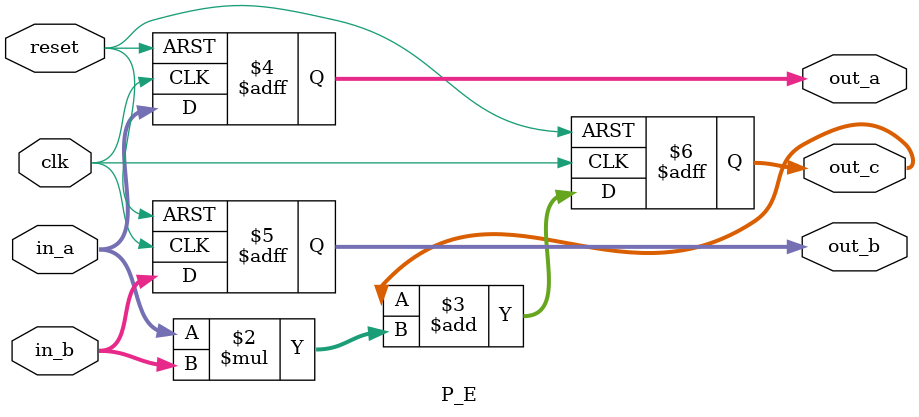
<source format=v>
`timescale 1ns / 1ps
module P_E (
    input clk,
    input reset,        // Active-high reset (connected to ~rst_n)
    input [7:0] in_a,
    input [7:0] in_b,
    output reg [7:0] out_a,
    output reg [7:0] out_b,
    output reg [15:0] out_c
);

    always @(posedge clk or posedge reset) begin
        if (reset) begin
            out_a <= 0;
            out_b <= 0;
            out_c <= 0;
        end else begin
            out_a <= in_a;
            out_b <= in_b;
            out_c <= out_c + in_a * in_b;
        end
    end
endmodule
</source>
